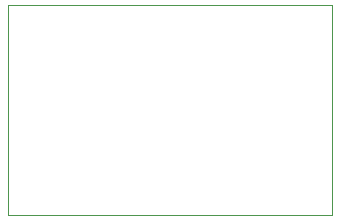
<source format=gbr>
G04 #@! TF.GenerationSoftware,KiCad,Pcbnew,(5.1.4)-1*
G04 #@! TF.CreationDate,2022-03-07T10:14:24+01:00*
G04 #@! TF.ProjectId,UP1-Breadboardadapter,5550312d-4272-4656-9164-626f61726461,V00.01*
G04 #@! TF.SameCoordinates,Original*
G04 #@! TF.FileFunction,Profile,NP*
%FSLAX46Y46*%
G04 Gerber Fmt 4.6, Leading zero omitted, Abs format (unit mm)*
G04 Created by KiCad (PCBNEW (5.1.4)-1) date 2022-03-07 10:14:24*
%MOMM*%
%LPD*%
G04 APERTURE LIST*
%ADD10C,0.050000*%
G04 APERTURE END LIST*
D10*
X102108000Y-111760000D02*
X74676000Y-111760000D01*
X102108000Y-93980000D02*
X102108000Y-111760000D01*
X74676000Y-93980000D02*
X102108000Y-93980000D01*
X74676000Y-111760000D02*
X74676000Y-93980000D01*
M02*

</source>
